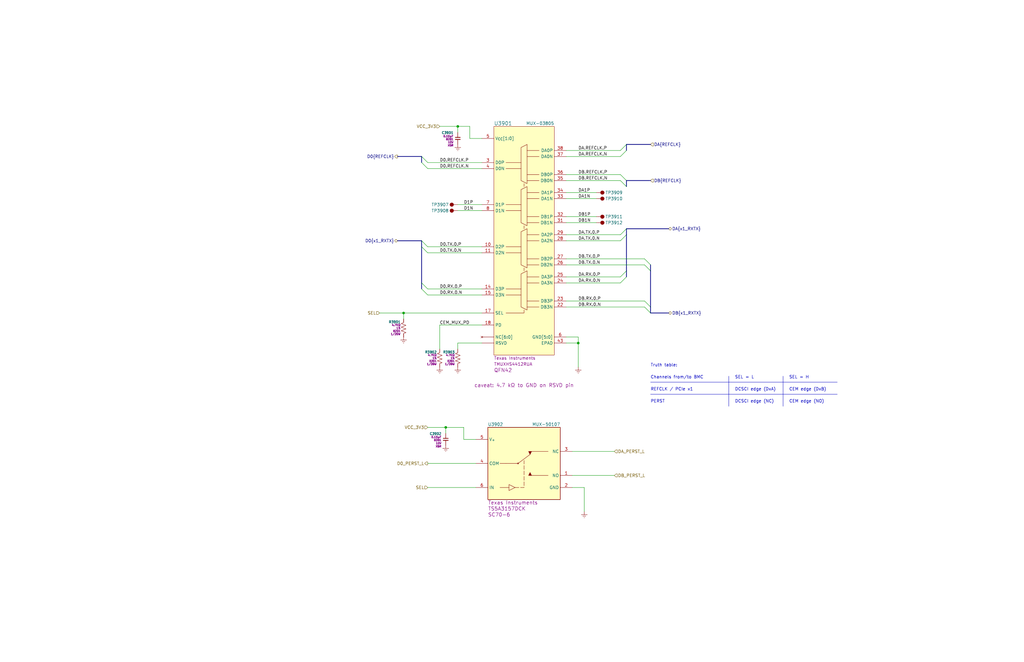
<source format=kicad_sch>
(kicad_sch (version 20231120) (generator "eeschema") (generator_version "8.0")
  (paper "B")
  (title_block (title "${PROJ}") (rev "${REV}") (company "${RPN}") (comment 1 "Mux to CEM Edge"))
  (lib_symbols
    (symbol "Capacitors, ceramic, Murata:CCM-610AA" (pin_numbers hide) (pin_names (offset 0) hide)
      (property "Reference" "C" (at 1.27 2.54 0))
      (property "val" "0.10µF" (at 1.27 1.27 0))
      (property "pkg" "0201" (at 1.27 0 0))
      (property "volt" "10V" (at 1.27 -1.27 0))
      (property "type" "X5R" (at 1.27 -2.54 0))
      (symbol "CCM-610AA_1_1"
        (polyline (pts (xy -1.016 -0.423) (xy 1.016 -0.423)) (stroke (width 0.3302)))
        (polyline (pts (xy -1.016 0.423) (xy 1.016 0.423)) (stroke (width 0.3048)))
        (pin passive line (at 0 2.54 270) (length 2.032) (name "~") (number "1"))
        (pin passive line (at 0 -2.54 90) (length 2.032) (name "~") (number "2"))
      )
    )
    (symbol "Mechanical:TST-01025" (pin_numbers hide) (pin_names (offset 1.016) hide) (in_bom no)
      (property "Reference" "TP" (at 3.81 0 0))
      (symbol "TST-01025_0_1"
        (circle (center 2.54 0) (radius 0.762) (fill (type outline)))
      )
      (symbol "TST-01025_1_1"
        (pin passive line (at 0 0 0) (length 2.54) (name "~") (number "1"))
      )
    )
    (symbol "Mux and analog switches:MUX-03805"
      (property "Reference" "U" (at -12.7 49.53 0))
      (property "Value" "MUX-03805" (at 12.7 49.53 0))
      (property "mfr" "Texas Instruments" (at -12.7 -49.53 0))
      (property "mpn" "TMUXHS4412RUA" (at -12.7 -52.07 0))
      (property "pkg" "QFN42" (at -12.7 -54.61 0))
      (property "caveat" "4.7 kΩ to GND on RSVD pin" (at 0 -60.96 0) (show_name))
      (symbol "MUX-03805_0_1"
        (polyline (pts (xy 1.27 -12.7) (xy -1.27 -13.97) (xy -1.27 -27.94) (xy 1.27 -29.21) (xy 1.27 -12.7)))
        (polyline (pts (xy 1.27 5.08) (xy -1.27 3.81) (xy -1.27 -10.16) (xy 1.27 -11.43) (xy 1.27 5.08)))
        (polyline (pts (xy 1.27 22.86) (xy -1.27 21.59) (xy -1.27 7.62) (xy 1.27 6.35) (xy 1.27 22.86)))
        (polyline (pts (xy 1.27 40.64) (xy -1.27 39.37) (xy -1.27 25.4) (xy 1.27 24.13) (xy 1.27 40.64)))
      )
      (symbol "MUX-03805_1_1"
        (rectangle (start -12.7 48.26) (end 12.7 -48.26) (fill (type background)))
        (polyline (pts (xy -7.62 -22.86) (xy -1.27 -22.86)))
        (polyline (pts (xy -7.62 -20.32) (xy -1.27 -20.32)))
        (polyline (pts (xy -7.62 -5.08) (xy -1.27 -5.08)))
        (polyline (pts (xy -7.62 -2.54) (xy -1.27 -2.54)))
        (polyline (pts (xy -7.62 12.7) (xy -1.27 12.7)))
        (polyline (pts (xy -7.62 15.24) (xy -1.27 15.24)))
        (polyline (pts (xy -7.62 30.48) (xy -1.27 30.48)))
        (polyline (pts (xy -7.62 33.02) (xy -1.27 33.02)))
        (polyline (pts (xy 0 -12.7) (xy 0 -11.43)))
        (polyline (pts (xy 0 5.08) (xy 0 6.35)))
        (polyline (pts (xy 0 22.86) (xy 0 24.13)))
        (polyline (pts (xy 1.27 -27.94) (xy 6.35 -27.94)))
        (polyline (pts (xy 1.27 -25.4) (xy 6.35 -25.4)))
        (polyline (pts (xy 1.27 -17.78) (xy 6.35 -17.78)))
        (polyline (pts (xy 1.27 -15.24) (xy 6.35 -15.24)))
        (polyline (pts (xy 1.27 -10.16) (xy 6.35 -10.16)))
        (polyline (pts (xy 1.27 -7.62) (xy 6.35 -7.62)))
        (polyline (pts (xy 1.27 0) (xy 6.35 0)))
        (polyline (pts (xy 1.27 2.54) (xy 6.35 2.54)))
        (polyline (pts (xy 1.27 7.62) (xy 6.35 7.62)))
        (polyline (pts (xy 1.27 10.16) (xy 6.35 10.16)))
        (polyline (pts (xy 1.27 17.78) (xy 6.35 17.78)))
        (polyline (pts (xy 1.27 20.32) (xy 6.35 20.32)))
        (polyline (pts (xy 1.27 25.4) (xy 6.35 25.4)))
        (polyline (pts (xy 1.27 27.94) (xy 6.35 27.94)))
        (polyline (pts (xy 1.27 35.56) (xy 6.35 35.56)))
        (polyline (pts (xy 1.27 38.1) (xy 6.35 38.1)))
        (polyline (pts (xy -7.62 -30.48) (xy 0 -30.48) (xy 0 -29.21)))
        (pin no_connect line (at -17.78 -40.64 0) (length 5.08) (name "NC[6:0]") (number "1"))
        (pin passive line (at -17.78 -2.54 0) (length 5.08) (name "D2P") (number "10"))
        (pin passive line (at -17.78 -5.08 0) (length 5.08) (name "D2N") (number "11"))
        (pin no_connect line (at -17.7546 -40.6146 0) (length 5.08) hide (name "NC[6:0]") (number "12"))
        (pin passive line (at -17.78 43.18 0) (length 5.08) hide (name "V_{CC}[1:0]") (number "13"))
        (pin passive line (at -17.78 -20.32 0) (length 5.08) (name "D3P") (number "14"))
        (pin passive line (at -17.78 -22.86 0) (length 5.08) (name "D3N") (number "15"))
        (pin passive line (at 17.78 -40.64 180) (length 5.08) hide (name "GND[5:0]") (number "16"))
        (pin input line (at -17.78 -30.48 0) (length 5.08) (name "SEL") (number "17"))
        (pin input line (at -17.78 -35.56 0) (length 5.08) (name "PD") (number "18"))
        (pin no_connect line (at -17.7292 -40.6146 0) (length 5.08) hide (name "NC[6:0]") (number "19"))
        (pin no_connect line (at -17.78 -40.6146 0) (length 5.08) hide (name "NC[6:0]") (number "2"))
        (pin no_connect line (at -17.7038 -40.6146 0) (length 5.08) hide (name "NC[6:0]") (number "20"))
        (pin passive line (at 17.78 -40.64 180) (length 5.08) hide (name "GND[5:0]") (number "21"))
        (pin passive line (at 17.78 -27.94 180) (length 5.08) (name "DB3N") (number "22"))
        (pin passive line (at 17.78 -25.4 180) (length 5.08) (name "DB3P") (number "23"))
        (pin passive line (at 17.78 -17.78 180) (length 5.08) (name "DA3N") (number "24"))
        (pin passive line (at 17.78 -15.24 180) (length 5.08) (name "DA3P") (number "25"))
        (pin passive line (at 17.78 -10.16 180) (length 5.08) (name "DB2N") (number "26"))
        (pin passive line (at 17.78 -7.62 180) (length 5.08) (name "DB2P") (number "27"))
        (pin passive line (at 17.78 0 180) (length 5.08) (name "DA2N") (number "28"))
        (pin passive line (at 17.78 2.54 180) (length 5.08) (name "DA2P") (number "29"))
        (pin passive line (at -17.78 33.02 0) (length 5.08) (name "D0P") (number "3"))
        (pin passive line (at 17.78 -40.64 180) (length 5.08) hide (name "GND[5:0]") (number "30"))
        (pin passive line (at 17.78 7.62 180) (length 5.08) (name "DB1N") (number "31"))
        (pin passive line (at 17.78 10.16 180) (length 5.08) (name "DB1P") (number "32"))
        (pin passive line (at 17.78 17.78 180) (length 5.08) (name "DA1N") (number "33"))
        (pin passive line (at 17.78 20.32 180) (length 5.08) (name "DA1P") (number "34"))
        (pin passive line (at 17.78 25.4 180) (length 5.08) (name "DB0N") (number "35"))
        (pin passive line (at 17.78 27.94 180) (length 5.08) (name "DB0P") (number "36"))
        (pin passive line (at 17.78 35.56 180) (length 5.08) (name "DA0N") (number "37"))
        (pin passive line (at 17.78 38.1 180) (length 5.08) (name "DA0P") (number "38"))
        (pin passive line (at 17.78 -40.64 180) (length 5.08) hide (name "GND[5:0]") (number "39"))
        (pin passive line (at -17.78 30.48 0) (length 5.08) (name "D0N") (number "4"))
        (pin no_connect line (at -17.6784 -40.6146 0) (length 5.08) hide (name "NC[6:0]") (number "40"))
        (pin no_connect line (at -17.653 -40.6146 0) (length 5.08) hide (name "NC[6:0]") (number "41"))
        (pin passive line (at -17.78 -43.18 0) (length 5.08) (name "RSVD") (number "42"))
        (pin power_in line (at 17.78 -43.18 180) (length 5.08) (name "EPAD") (number "43"))
        (pin power_in line (at -17.78 43.18 0) (length 5.08) (name "V_{CC}[1:0]") (number "5"))
        (pin power_in line (at 17.78 -40.64 180) (length 5.08) (name "GND[5:0]") (number "6"))
        (pin passive line (at -17.78 15.24 0) (length 5.08) (name "D1P") (number "7"))
        (pin passive line (at -17.78 12.7 0) (length 5.08) (name "D1N") (number "8"))
        (pin passive line (at 17.78 -40.64 180) (length 5.08) hide (name "GND[5:0]") (number "9"))
      )
    )
    (symbol "Mux and analog switches:MUX-50107"
      (property "Reference" "U" (at -15.24 16.51 0))
      (property "Value" "MUX-50107" (at 15.24 16.51 0))
      (property "mfr" "Texas Instruments" (at -15.24 -16.51 0))
      (property "mpn" "TS5A3157DCK" (at -15.24 -19.05 0))
      (property "pkg" "SC70-6" (at -15.24 -21.59 0))
      (symbol "MUX-50107_0_1"
        (rectangle (start -15.24 15.24) (end 15.24 -15.24) (stroke (width 0.254)) (fill (type background)))
        (polyline (pts (xy -10.16 -10.16) (xy -6.35 -10.16)))
        (polyline (pts (xy 2.54 3.81) (xy -2.54 0) (xy -7.62 0) (xy -7.62 0)))
      )
      (symbol "MUX-50107_0_2"
        (rectangle (start -7.62 8.89) (end 7.62 -8.89) (stroke (width 0.254)) (fill (type background)))
        (polyline (pts (xy -5.08 -3.81) (xy -2.54 -3.81)))
        (polyline (pts (xy 2.54 2.54) (xy 0 1.27) (xy -2.54 1.27) (xy -2.54 1.27)))
      )
      (symbol "MUX-50107_1_1"
        (circle (center -2.54 0) (radius 0.254))
        (polyline (pts (xy -7.62 0) (xy -10.16 0)))
        (polyline (pts (xy 10.16 -5.08) (xy 2.54 -5.08)))
        (polyline (pts (xy 10.16 5.08) (xy 2.54 5.08)))
        (polyline (pts (xy -3.81 -10.16) (xy 0 -10.16) (xy 0 1.27)) (stroke (width 0) (type dash)))
        (polyline (pts (xy -3.81 -10.16) (xy -6.35 -8.89) (xy -6.35 -11.43) (xy -3.81 -10.16)))
        (polyline (pts (xy 2.54 -3.81) (xy 1.905 -5.08) (xy 3.175 -5.08) (xy 2.54 -3.81)) (fill (type outline)))
        (polyline (pts (xy 2.54 3.81) (xy 3.175 5.08) (xy 1.905 5.08) (xy 2.54 3.81)) (fill (type outline)))
        (pin passive line (at 20.32 -5.08 180) (length 5.08) (name "NO") (number "1"))
        (pin power_in line (at 20.32 -10.16 180) (length 5.08) (name "GND") (number "2"))
        (pin passive line (at 20.32 5.08 180) (length 5.08) (name "NC") (number "3"))
        (pin passive line (at -20.32 0 0) (length 5.08) (name "COM") (number "4"))
        (pin power_in line (at -20.32 10.16 0) (length 5.08) (name "V_{+}") (number "5"))
        (pin input line (at -20.32 -10.16 0) (length 5.08) (name "IN") (number "6"))
      )
      (symbol "MUX-50107_1_2"
        (polyline (pts (xy 4.445 -1.27) (xy 2.54 -1.27)))
        (polyline (pts (xy 4.445 3.81) (xy 2.54 3.81)))
        (polyline (pts (xy 0 -3.81) (xy 1.27 -3.81) (xy 1.27 1.27)) (stroke (width 0) (type dash)))
        (polyline (pts (xy 0 -3.81) (xy -2.54 -2.54) (xy -2.54 -5.08) (xy 0 -3.81)))
        (polyline (pts (xy 2.54 0) (xy 1.905 -1.27) (xy 3.175 -1.27) (xy 2.54 0)) (fill (type outline)))
        (polyline (pts (xy 2.54 2.54) (xy 3.175 3.81) (xy 1.905 3.81) (xy 2.54 2.54)) (fill (type outline)))
        (circle (center 0 1.27) (radius 0.254))
        (pin passive line (at 10.16 -1.27 180) (length 2.54) (name "NO") (number "1"))
        (pin power_in line (at 10.16 -6.35 180) (length 2.54) (name "GND") (number "2"))
        (pin passive line (at 10.16 3.81 180) (length 2.54) (name "NC") (number "3"))
        (pin passive line (at -10.16 1.27 0) (length 2.54) (name "COM") (number "4"))
        (pin power_in line (at -10.16 6.35 0) (length 2.54) (name "V_{+}") (number "5"))
        (pin input line (at -10.16 -3.81 0) (length 2.54) (name "IN") (number "6"))
      )
    )
    (symbol "Power:GND" (power) (pin_names (offset 0)) (in_bom no) (on_board no)
      (symbol "GND_0_1"
        (polyline (pts (xy -0.635 -1.905) (xy 0.635 -1.905)))
        (polyline (pts (xy -0.127 -2.54) (xy 0.127 -2.54)))
        (polyline (pts (xy 0 -1.27) (xy 0 0)))
        (polyline (pts (xy 1.27 -1.27) (xy -1.27 -1.27)))
      )
      (symbol "GND_1_1"
        (pin power_in line (at 0 0 270) (length 0) hide (name "GND") (number "1"))
      )
    )
    (symbol "Resistors:RES-4470A" (pin_numbers hide) (pin_names (offset 0) hide)
      (property "Reference" "R" (at 1.27 2.54 0))
      (property "val" "4.7KΩ" (at 1.27 1.27 0))
      (property "tol" "1%" (at 1.27 0 0))
      (property "pkg" "0201" (at 1.27 -1.27 0))
      (property "pwr" "1/20W" (at 1.27 -2.54 0))
      (symbol "RES-4470A_1_1"
        (polyline (pts (xy 0 -2.286) (xy 0 -2.54)))
        (polyline (pts (xy 0 2.286) (xy 0 2.54)))
        (polyline (pts (xy 0 -0.762) (xy 1.016 -1.143) (xy 0 -1.524) (xy -1.016 -1.905) (xy 0 -2.286)))
        (polyline (pts (xy 0 0.762) (xy 1.016 0.381) (xy 0 0) (xy -1.016 -0.381) (xy 0 -0.762)))
        (polyline (pts (xy 0 2.286) (xy 1.016 1.905) (xy 0 1.524) (xy -1.016 1.143) (xy 0 0.762)))
        (pin passive line (at 0 3.81 270) (length 1.27) (name "~") (number "1"))
        (pin passive line (at 0 -3.81 90) (length 1.27) (name "~") (number "2"))
      )
    )
  )
  (junction (at 187.96 180.34))
  (junction (at 193.04 53.34))
  (junction (at 170.18 132.08))
  (junction (at 243.84 144.78))
  (bus_entry (at 261.62 66.04) (size 2.54 -2.54))
  (bus_entry (at 274.32 111.76) (size -2.54 -2.54))
  (bus_entry (at 177.8 119.38) (size 2.54 2.54))
  (bus_entry (at 261.62 101.6) (size 2.54 -2.54))
  (bus_entry (at 177.8 104.14) (size 2.54 2.54))
  (bus_entry (at 274.32 132.08) (size -2.54 -2.54))
  (bus_entry (at 274.32 114.3) (size -2.54 -2.54))
  (bus_entry (at 177.8 66.04) (size 2.54 2.54))
  (bus_entry (at 177.8 121.92) (size 2.54 2.54))
  (bus_entry (at 261.62 99.06) (size 2.54 -2.54))
  (bus_entry (at 261.62 63.5) (size 2.54 -2.54))
  (bus_entry (at 177.8 101.6) (size 2.54 2.54))
  (bus_entry (at 177.8 68.58) (size 2.54 2.54))
  (bus_entry (at 261.62 116.84) (size 2.54 -2.54))
  (bus_entry (at 264.16 78.74) (size -2.54 -2.54))
  (bus_entry (at 261.62 119.38) (size 2.54 -2.54))
  (bus_entry (at 274.32 129.54) (size -2.54 -2.54))
  (bus_entry (at 264.16 76.2) (size -2.54 -2.54))
  (wire (pts (xy 243.84 144.78) (xy 243.84 154.94)))
  (wire (pts (xy 160.02 132.08) (xy 170.18 132.08)))
  (wire (pts (xy 238.76 66.04) (xy 261.62 66.04)))
  (bus (pts (xy 264.16 96.52) (xy 281.94 96.52)))
  (bus (pts (xy 274.32 111.76) (xy 274.32 114.3)))
  (bus (pts (xy 274.32 114.3) (xy 274.32 129.54)))
  (polyline (pts (xy 330.2 158.75) (xy 330.2 171.45)))
  (wire (pts (xy 180.34 71.12) (xy 203.2 71.12)))
  (polyline (pts (xy 274.32 166.37) (xy 353.06 166.37)))
  (bus (pts (xy 264.16 76.2) (xy 264.16 78.74)))
  (bus (pts (xy 167.64 101.6) (xy 177.8 101.6)))
  (wire (pts (xy 180.34 121.92) (xy 203.2 121.92)))
  (wire (pts (xy 193.04 53.34) (xy 198.12 53.34)))
  (wire (pts (xy 238.76 63.5) (xy 261.62 63.5)))
  (wire (pts (xy 246.38 205.74) (xy 246.38 215.9)))
  (bus (pts (xy 167.64 66.04) (xy 177.8 66.04)))
  (bus (pts (xy 177.8 119.38) (xy 177.8 121.92)))
  (wire (pts (xy 198.12 58.42) (xy 203.2 58.42)))
  (wire (pts (xy 259.08 190.5) (xy 241.3 190.5)))
  (wire (pts (xy 193.04 86.36) (xy 203.2 86.36)))
  (wire (pts (xy 251.46 91.44) (xy 238.76 91.44)))
  (wire (pts (xy 193.04 144.78) (xy 193.04 147.32)))
  (wire (pts (xy 200.66 195.58) (xy 180.34 195.58)))
  (bus (pts (xy 177.8 104.14) (xy 177.8 119.38)))
  (wire (pts (xy 185.42 137.16) (xy 185.42 147.32)))
  (bus (pts (xy 274.32 129.54) (xy 274.32 132.08)))
  (wire (pts (xy 259.08 200.66) (xy 241.3 200.66)))
  (wire (pts (xy 170.18 132.08) (xy 203.2 132.08)))
  (wire (pts (xy 243.84 142.24) (xy 243.84 144.78)))
  (wire (pts (xy 238.76 142.24) (xy 243.84 142.24)))
  (wire (pts (xy 185.42 137.16) (xy 203.2 137.16)))
  (polyline (pts (xy 307.34 158.75) (xy 307.34 171.45)))
  (wire (pts (xy 195.58 185.42) (xy 200.66 185.42)))
  (wire (pts (xy 195.58 180.34) (xy 195.58 185.42)))
  (bus (pts (xy 264.16 76.2) (xy 274.32 76.2)))
  (wire (pts (xy 193.04 53.34) (xy 193.04 55.88)))
  (bus (pts (xy 264.16 99.06) (xy 264.16 114.3)))
  (wire (pts (xy 200.66 205.74) (xy 180.34 205.74)))
  (wire (pts (xy 238.76 101.6) (xy 261.62 101.6)))
  (bus (pts (xy 264.16 60.96) (xy 274.32 60.96)))
  (wire (pts (xy 238.76 116.84) (xy 261.62 116.84)))
  (wire (pts (xy 170.18 132.08) (xy 170.18 134.62)))
  (bus (pts (xy 177.8 66.04) (xy 177.8 68.58)))
  (wire (pts (xy 180.34 106.68) (xy 203.2 106.68)))
  (wire (pts (xy 238.76 144.78) (xy 243.84 144.78)))
  (wire (pts (xy 180.34 68.58) (xy 203.2 68.58)))
  (wire (pts (xy 238.76 73.66) (xy 261.62 73.66)))
  (wire (pts (xy 195.58 180.34) (xy 187.96 180.34)))
  (wire (pts (xy 185.42 53.34) (xy 193.04 53.34)))
  (wire (pts (xy 238.76 119.38) (xy 261.62 119.38)))
  (polyline (pts (xy 274.32 161.29) (xy 353.06 161.29)))
  (bus (pts (xy 264.16 114.3) (xy 264.16 116.84)))
  (wire (pts (xy 187.96 180.34) (xy 180.34 180.34)))
  (wire (pts (xy 238.76 111.76) (xy 271.78 111.76)))
  (wire (pts (xy 238.76 127) (xy 271.78 127)))
  (wire (pts (xy 251.46 83.82) (xy 238.76 83.82)))
  (wire (pts (xy 180.34 104.14) (xy 203.2 104.14)))
  (bus (pts (xy 177.8 101.6) (xy 177.8 104.14)))
  (wire (pts (xy 238.76 129.54) (xy 271.78 129.54)))
  (bus (pts (xy 264.16 60.96) (xy 264.16 63.5)))
  (bus (pts (xy 264.16 96.52) (xy 264.16 99.06)))
  (wire (pts (xy 198.12 53.34) (xy 198.12 58.42)))
  (wire (pts (xy 251.46 81.28) (xy 238.76 81.28)))
  (wire (pts (xy 180.34 124.46) (xy 203.2 124.46)))
  (wire (pts (xy 193.04 88.9) (xy 203.2 88.9)))
  (wire (pts (xy 238.76 99.06) (xy 261.62 99.06)))
  (wire (pts (xy 238.76 76.2) (xy 261.62 76.2)))
  (wire (pts (xy 193.04 144.78) (xy 203.2 144.78)))
  (wire (pts (xy 238.76 109.22) (xy 271.78 109.22)))
  (wire (pts (xy 187.96 180.34) (xy 187.96 182.88)))
  (wire (pts (xy 251.46 93.98) (xy 238.76 93.98)))
  (wire (pts (xy 246.38 205.74) (xy 241.3 205.74)))
  (bus (pts (xy 274.32 132.08) (xy 281.94 132.08)))
  (text "DCSCI edge (NC)" (at 309.88 170.18 0) (effects (font (size 1.27 1.27)) (justify left bottom)))
  (text "PERST" (at 274.32 170.18 0) (effects (font (size 1.27 1.27)) (justify left bottom)))
  (text "REFCLK / PCIe x1" (at 274.32 165.1 0) (effects (font (size 1.27 1.27)) (justify left bottom)))
  (text "CEM edge (DxB)" (at 332.74 165.1 0) (effects (font (size 1.27 1.27)) (justify left bottom)))
  (text "SEL = H" (at 332.74 160.02 0) (effects (font (size 1.27 1.27)) (justify left bottom)))
  (text "DCSCI edge (DxA)" (at 309.88 165.1 0) (effects (font (size 1.27 1.27)) (justify left bottom)))
  (text "CEM edge (NO)" (at 332.74 170.18 0) (effects (font (size 1.27 1.27)) (justify left bottom)))
  (text "Truth table:" (at 274.32 154.94 0) (effects (font (size 1.27 1.27)) (justify left bottom)))
  (text "Channels from/to BMC" (at 274.32 160.02 0) (effects (font (size 1.27 1.27)) (justify left bottom)))
  (text "SEL = L" (at 309.88 160.02 0) (effects (font (size 1.27 1.27)) (justify left bottom)))
  (label "DA1N" (at 243.84 83.82 0))
  (label "DB.TX.0.N" (at 243.84 111.76 0))
  (label "D0.REFCLK.P" (at 185.42 68.58 0))
  (label "DB.REFCLK.N" (at 243.84 76.2 0))
  (label "DA.TX.0.P" (at 243.84 99.06 0))
  (label "D0.RX.0.N" (at 185.42 124.46 0))
  (label "DA.RX.0.P" (at 243.84 116.84 0))
  (label "D0.REFCLK.N" (at 185.42 71.12 0))
  (label "DB.RX.0.N" (at 243.84 129.54 0))
  (label "D0.TX.0.N" (at 185.42 106.68 0))
  (label "D0.TX.0.P" (at 185.42 104.14 0))
  (label "DA.TX.0.N" (at 243.84 101.6 0))
  (label "DA.REFCLK.N" (at 243.84 66.04 0))
  (label "D1P" (at 195.58 86.36 0))
  (label "DB1P" (at 243.84 91.44 0))
  (label "DB.REFCLK.P" (at 243.84 73.66 0))
  (label "D1N" (at 195.58 88.9 0))
  (label "DA.RX.0.N" (at 243.84 119.38 0))
  (label "DB.RX.0.P" (at 243.84 127 0))
  (label "DA1P" (at 243.84 81.28 0))
  (label "D0.RX.0.P" (at 185.42 121.92 0))
  (label "DB.TX.0.P" (at 243.84 109.22 0))
  (label "DA.REFCLK.P" (at 243.84 63.5 0))
  (label "CEM_MUX_PD" (at 185.42 137.16 0))
  (label "DB1N" (at 243.84 93.98 0))
  (hierarchical_label "DB{x1_RXTX}" (shape bidirectional) (at 281.94 132.08 0))
  (hierarchical_label "D0{x1_RXTX}" (shape bidirectional) (at 167.64 101.6 180))
  (hierarchical_label "DA{x1_RXTX}" (shape bidirectional) (at 281.94 96.52 0))
  (hierarchical_label "VCC_3V3" (shape input) (at 185.42 53.34 180))
  (hierarchical_label "DA_PERST_L" (shape input) (at 259.08 190.5 0))
  (hierarchical_label "SEL" (shape input) (at 160.02 132.08 180))
  (hierarchical_label "D0{REFCLK}" (shape output) (at 167.64 66.04 180))
  (hierarchical_label "VCC_3V3" (shape input) (at 180.34 180.34 180))
  (hierarchical_label "DB{REFCLK}" (shape input) (at 274.32 76.2 0))
  (hierarchical_label "DA{REFCLK}" (shape input) (at 274.32 60.96 0))
  (hierarchical_label "DB_PERST_L" (shape input) (at 259.08 200.66 0))
  (hierarchical_label "D0_PERST_L" (shape output) (at 180.34 195.58 180))
  (hierarchical_label "SEL" (shape input) (at 180.34 205.74 180))
  (symbol (lib_id "Resistors:RES-4470A") (at 185.42 151.13 0) (mirror y) (unit 1)
    (property "Reference" "R3902" (at 184.15 148.59 0) (effects (font (size 1 1)) (justify left)))
    (property "Value" "RES-4470A" (effects (hide yes)))
    (property "Description" "RES, 4.7KΩ, 1%, 0201, 1/20W, <50V, 0.26mm" (effects (hide yes)))
    (property "val" "4.7KΩ" (at 184.15 149.86 0) (effects (font (size 0.8 0.8)) (justify left)))
    (property "tol" "1%" (at 184.15 151.13 0) (effects (font (size 0.8 0.8)) (justify left)))
    (property "Sim.Device" "R" (effects (hide yes)))
    (property "pkg" "0201" (at 184.15 152.4 0) (effects (font (size 0.8 0.8)) (justify left)))
    (property "Sim.Pins" "1=+ 2=-" (effects (hide yes)))
    (property "pwr" "1/20W" (at 184.15 153.67 0) (effects (font (size 0.8 0.8)) (justify left)))
    (property "Sim.Params" "r=\"${val}\"" (effects (hide yes)))
    (property "height" "0.26mm" (effects (hide yes)))
  )
  (symbol (lib_id "Mechanical:TST-01025") (at 251.46 81.28 0) (unit 1) (in_bom no)
    (property "Reference" "TP3909" (at 255.27 81.28 0) (effects (justify left)))
    (property "Value" "TST-01025" (effects (hide yes)))
    (property "Description" "Test point, 25mils" (effects (hide yes)))
  )
  (symbol (lib_id "Mux and analog switches:MUX-50107") (at 220.98 195.58 0) (unit 1)
    (property "Reference" "U3902" (at 205.74 179.07 0) (effects (justify left)))
    (property "Value" "MUX-50107" (at 236.22 179.07 0) (effects (justify right)))
    (property "Datasheet" "https://www.ti.com/lit/ds/symlink/ts5a3157.pdf" (effects (hide yes)))
    (property "Description" "IC, 1.65-5.5Vdd, 1ch SPDT switch, BW 300MHz , SC70" (effects (hide yes)))
    (property "mfr" "Texas Instruments" (at 205.74 212.09 0) (effects (font (size 1.524 1.524)) (justify left)))
    (property "mpn" "TS5A3157DCK" (at 205.74 214.63 0) (effects (font (size 1.524 1.524)) (justify left)))
    (property "pkg" "SC70-6" (at 205.74 217.17 0) (effects (font (size 1.524 1.524)) (justify left)))
    (property "height" "1.10mm" (effects (hide yes)))
  )
  (symbol (lib_id "Mechanical:TST-01025") (at 251.46 91.44 0) (unit 1) (in_bom no)
    (property "Reference" "TP3911" (at 255.27 91.44 0) (effects (justify left)))
    (property "Value" "TST-01025" (effects (hide yes)))
    (property "Description" "Test point, 25mils" (effects (hide yes)))
  )
  (symbol (lib_id "Power:GND") (at 170.18 142.24 0) (unit 1) (in_bom no) (on_board no)
    (property "Reference" "#PWR03901" (effects (hide yes)))
    (property "Value" "GND" (effects (hide yes)))
    (property "Description" "Power symbol creates a global label with name \"GND\"" (effects (hide yes)))
  )
  (symbol (lib_id "Resistors:RES-4470A") (at 193.04 151.13 0) (mirror y) (unit 1)
    (property "Reference" "R3903" (at 191.77 148.59 0) (effects (font (size 1 1)) (justify left)))
    (property "Value" "RES-4470A" (effects (hide yes)))
    (property "Description" "RES, 4.7KΩ, 1%, 0201, 1/20W, <50V, 0.26mm" (effects (hide yes)))
    (property "val" "4.7KΩ" (at 191.77 149.86 0) (effects (font (size 0.8 0.8)) (justify left)))
    (property "tol" "1%" (at 191.77 151.13 0) (effects (font (size 0.8 0.8)) (justify left)))
    (property "Sim.Device" "R" (effects (hide yes)))
    (property "pkg" "0201" (at 191.77 152.4 0) (effects (font (size 0.8 0.8)) (justify left)))
    (property "Sim.Pins" "1=+ 2=-" (effects (hide yes)))
    (property "pwr" "1/20W" (at 191.77 153.67 0) (effects (font (size 0.8 0.8)) (justify left)))
    (property "Sim.Params" "r=\"${val}\"" (effects (hide yes)))
    (property "height" "0.26mm" (effects (hide yes)))
  )
  (symbol (lib_id "Power:GND") (at 193.04 154.94 0) (unit 1) (in_bom no) (on_board no)
    (property "Reference" "#PWR03904" (effects (hide yes)))
    (property "Value" "GND" (effects (hide yes)))
    (property "Description" "Power symbol creates a global label with name \"GND\"" (effects (hide yes)))
  )
  (symbol (lib_id "Mechanical:TST-01025") (at 251.46 93.98 0) (unit 1) (in_bom no)
    (property "Reference" "TP3912" (at 255.27 93.98 0) (effects (justify left)))
    (property "Value" "TST-01025" (effects (hide yes)))
    (property "Description" "Test point, 25mils" (effects (hide yes)))
  )
  (symbol (lib_id "Power:GND") (at 243.84 154.94 0) (unit 1) (in_bom no) (on_board no)
    (property "Reference" "#PWR03906" (effects (hide yes)))
    (property "Value" "GND" (effects (hide yes)))
    (property "Description" "Power symbol creates a global label with name \"GND\"" (effects (hide yes)))
  )
  (symbol (lib_id "Power:GND") (at 185.42 154.94 0) (unit 1) (in_bom no) (on_board no)
    (property "Reference" "#PWR03902" (effects (hide yes)))
    (property "Value" "GND" (effects (hide yes)))
    (property "Description" "Power symbol creates a global label with name \"GND\"" (effects (hide yes)))
  )
  (symbol (lib_id "Mechanical:TST-01025") (at 251.46 83.82 0) (unit 1) (in_bom no)
    (property "Reference" "TP3910" (at 255.27 83.82 0) (effects (justify left)))
    (property "Value" "TST-01025" (effects (hide yes)))
    (property "Description" "Test point, 25mils" (effects (hide yes)))
  )
  (symbol (lib_id "Power:GND") (at 187.96 187.96 0) (mirror y) (unit 1) (in_bom no) (on_board no)
    (property "Reference" "#PWR03907" (effects (hide yes)))
    (property "Value" "GND" (effects (hide yes)))
    (property "Description" "Power symbol creates a global label with name \"GND\"" (effects (hide yes)))
  )
  (symbol (lib_id "Power:GND") (at 193.04 60.96 0) (mirror y) (unit 1) (in_bom no) (on_board no)
    (property "Reference" "#PWR03903" (effects (hide yes)))
    (property "Value" "GND" (effects (hide yes)))
    (property "Description" "Power symbol creates a global label with name \"GND\"" (effects (hide yes)))
  )
  (symbol (lib_id "Mux and analog switches:MUX-03805") (at 220.98 101.6 0) (unit 1)
    (property "Reference" "U3901" (at 208.28 52.07 0) (effects (font (size 1.524 1.524)) (justify left)))
    (property "Value" "MUX-03805" (at 233.68 52.07 0) (effects (justify right)))
    (property "Datasheet" "https://www.ti.com/lit/ds/symlink/tmuxhs4412.pdf" (effects (hide yes)))
    (property "Description" "IC, 4-ch differential 2:1 MUX/deMUX, 1.8/3.3Vcc, insertion loss 1.3dB@8GHz, QFN42" (effects (hide yes)))
    (property "mfr" "Texas Instruments" (at 208.28 151.13 0) (effects (justify left)))
    (property "mpn" "TMUXHS4412RUA" (at 208.28 153.67 0) (effects (justify left)))
    (property "pkg" "QFN42" (at 208.28 156.21 0) (effects (font (size 1.524 1.524)) (justify left)))
    (property "height" "0.8mm" (effects (hide yes)))
    (property "caveat" "4.7 kΩ to GND on RSVD pin" (at 220.98 162.56 0) (show_name yes) (effects (font (size 1.524 1.524))))
    (property "func_ch" "..?0;..?1;..?2;..?3" (effects (hide yes)))
  )
  (symbol (lib_id "Resistors:RES-4470A") (at 170.18 138.43 0) (mirror y) (unit 1)
    (property "Reference" "R3901" (at 168.91 135.89 0) (effects (font (size 1 1)) (justify left)))
    (property "Value" "RES-4470A" (effects (hide yes)))
    (property "Description" "RES, 4.7KΩ, 1%, 0201, 1/20W, <50V, 0.26mm" (effects (hide yes)))
    (property "val" "4.7KΩ" (at 168.91 137.16 0) (effects (font (size 0.8 0.8)) (justify left)))
    (property "tol" "1%" (at 168.91 138.43 0) (effects (font (size 0.8 0.8)) (justify left)))
    (property "Sim.Device" "R" (effects (hide yes)))
    (property "pkg" "0201" (at 168.91 139.7 0) (effects (font (size 0.8 0.8)) (justify left)))
    (property "Sim.Pins" "1=+ 2=-" (effects (hide yes)))
    (property "pwr" "1/20W" (at 168.91 140.97 0) (effects (font (size 0.8 0.8)) (justify left)))
    (property "Sim.Params" "r=\"${val}\"" (effects (hide yes)))
    (property "height" "0.26mm" (effects (hide yes)))
  )
  (symbol (lib_id "Power:GND") (at 246.38 215.9 0) (mirror y) (unit 1) (in_bom no) (on_board no)
    (property "Reference" "#PWR03905" (effects (hide yes)))
    (property "Value" "GND" (effects (hide yes)))
    (property "Description" "Power symbol creates a global label with name \"GND\"" (effects (hide yes)))
  )
  (symbol (lib_id "Mechanical:TST-01025") (at 193.04 86.36 0) (mirror y) (unit 1) (in_bom no)
    (property "Reference" "TP3907" (at 189.23 86.36 0) (effects (justify left)))
    (property "Value" "TST-01025" (effects (hide yes)))
    (property "Description" "Test point, 25mils" (effects (hide yes)))
  )
  (symbol (lib_id "Capacitors, ceramic, Murata:CCM-610AA") (at 193.04 58.42 0) (unit 1)
    (property "Reference" "C3901" (at 191.2239 56.0178 0) (effects (font (size 1 1)) (justify right)))
    (property "Value" "CCM-610AA" (effects (hide yes)))
    (property "Description" "CAP, ceramic, 0.10µF, 0201, 10V, ±20%, X5R, 0.33 mm" (effects (hide yes)))
    (property "val" "0.10µF" (at 191.2239 57.4531 0) (effects (font (size 0.8 0.8)) (justify right)))
    (property "pkg" "0201" (at 191.2239 58.7571 0) (effects (font (size 0.8 0.8)) (justify right)))
    (property "mfr" "Murata" (effects (hide yes)))
    (property "volt" "10V" (at 191.2239 60.0611 0) (effects (font (size 0.8 0.8)) (justify right)))
    (property "Sim.Pins" "1=+ 2=-" (effects (hide yes)))
    (property "Sim.Device" "C" (effects (hide yes)))
    (property "type" "X5R" (at 191.2239 61.3651 0) (effects (font (size 0.8 0.8)) (justify right)))
    (property "Sim.Params" "c=${val}" (effects (hide yes)))
    (property "tol" "±20%" (effects (hide yes)))
    (property "height" "0.33mm" (effects (hide yes)))
    (property "mpn" "GRM033R61A104ME15" (effects (hide yes)))
  )
  (symbol (lib_id "Capacitors, ceramic, Murata:CCM-610AA") (at 187.96 185.42 0) (unit 1)
    (property "Reference" "C3902" (at 186.1439 183.0178 0) (effects (font (size 1 1)) (justify right)))
    (property "Value" "CCM-610AA" (effects (hide yes)))
    (property "Description" "CAP, ceramic, 0.10µF, 0201, 10V, ±20%, X5R, 0.33 mm" (effects (hide yes)))
    (property "val" "0.10µF" (at 186.1439 184.4531 0) (effects (font (size 0.8 0.8)) (justify right)))
    (property "pkg" "0201" (at 186.1439 185.7571 0) (effects (font (size 0.8 0.8)) (justify right)))
    (property "mfr" "Murata" (effects (hide yes)))
    (property "volt" "10V" (at 186.1439 187.0611 0) (effects (font (size 0.8 0.8)) (justify right)))
    (property "Sim.Pins" "1=+ 2=-" (effects (hide yes)))
    (property "Sim.Device" "C" (effects (hide yes)))
    (property "type" "X5R" (at 186.1439 188.3651 0) (effects (font (size 0.8 0.8)) (justify right)))
    (property "Sim.Params" "c=${val}" (effects (hide yes)))
    (property "tol" "±20%" (effects (hide yes)))
    (property "height" "0.33mm" (effects (hide yes)))
    (property "mpn" "GRM033R61A104ME15" (effects (hide yes)))
  )
  (symbol (lib_id "Mechanical:TST-01025") (at 193.04 88.9 0) (mirror y) (unit 1) (in_bom no)
    (property "Reference" "TP3908" (at 189.23 88.9 0) (effects (justify left)))
    (property "Value" "TST-01025" (effects (hide yes)))
    (property "Description" "Test point, 25mils" (effects (hide yes)))
  )
)
</source>
